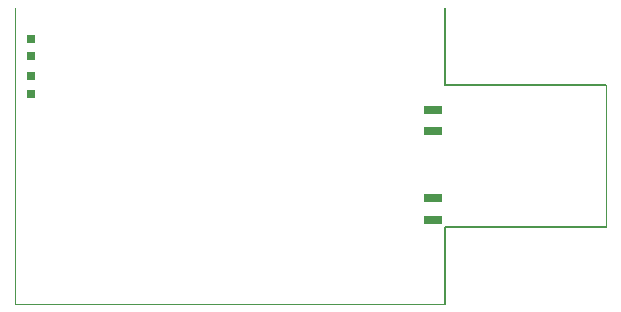
<source format=gbp>
G04 (created by PCBNEW (2013-mar-13)-testing) date Thu 25 Jul 2013 04:42:25 PM ICT*
%MOIN*%
G04 Gerber Fmt 3.4, Leading zero omitted, Abs format*
%FSLAX34Y34*%
G01*
G70*
G90*
G04 APERTURE LIST*
%ADD10C,0.00393701*%
%ADD11C,0.00590551*%
%ADD12R,0.0629921X0.0314961*%
%ADD13R,0.0314961X0.0314961*%
G04 APERTURE END LIST*
G54D10*
X39370Y-39370D02*
X39370Y-29527D01*
G54D11*
X53681Y-32066D02*
X53681Y-29527D01*
X59055Y-32066D02*
X53681Y-32066D01*
X53681Y-36830D02*
X53681Y-39370D01*
X59055Y-36830D02*
X53681Y-36830D01*
G54D10*
X59055Y-32066D02*
X59055Y-36830D01*
X53681Y-39370D02*
X39370Y-39370D01*
G54D12*
X53277Y-36564D03*
X53277Y-35856D03*
X53287Y-33612D03*
X53287Y-32903D03*
G54D13*
X39881Y-32381D03*
X39881Y-31791D03*
X39881Y-30531D03*
X39881Y-31122D03*
M02*

</source>
